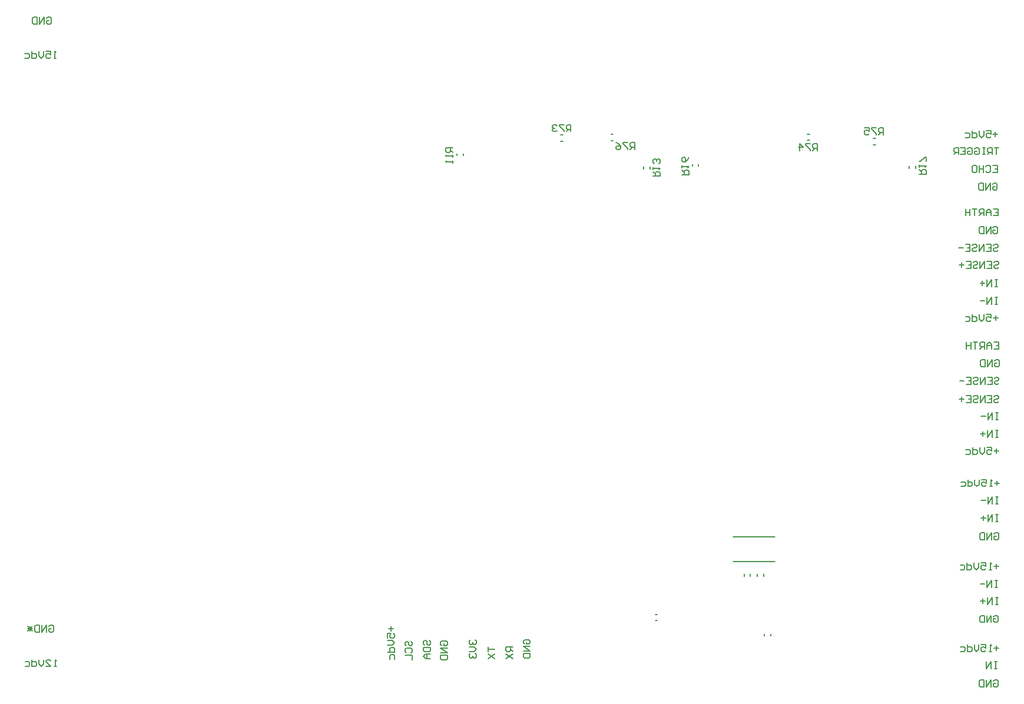
<source format=gbo>
G04*
G04 #@! TF.GenerationSoftware,Altium Limited,Altium Designer,19.1.5 (86)*
G04*
G04 Layer_Color=32896*
%FSLAX25Y25*%
%MOIN*%
G70*
G01*
G75*
%ADD11C,0.00500*%
%ADD15C,0.00602*%
D11*
X509055Y404331D02*
Y405512D01*
X505512Y404331D02*
Y405512D01*
X631890Y403150D02*
Y404331D01*
X628346Y403150D02*
Y404331D01*
X607972Y416437D02*
X609154D01*
X607972Y419980D02*
X609154D01*
X570571Y422539D02*
X571752D01*
X570571Y418996D02*
X571752D01*
X459449Y418799D02*
X460630D01*
X459449Y422342D02*
X460630D01*
X481398Y402756D02*
Y403937D01*
X477854Y402756D02*
Y403937D01*
X375787Y410335D02*
Y411516D01*
X372244Y410335D02*
Y411516D01*
X430905Y421949D02*
X432087D01*
X430905Y418405D02*
X432087D01*
X534842Y172146D02*
Y173327D01*
X538386Y172146D02*
Y173327D01*
X542323Y172146D02*
Y173327D01*
X545866Y172146D02*
Y173327D01*
X528543Y180512D02*
X552165D01*
X528543Y194291D02*
X552165D01*
X484449Y146949D02*
X485630D01*
X484449Y150492D02*
X485630D01*
X549803Y138287D02*
Y139469D01*
X546260Y138287D02*
Y139469D01*
D15*
X334843Y143602D02*
Y140979D01*
X333531Y142290D02*
X336155D01*
X332875Y137043D02*
Y139667D01*
X334843D01*
X334187Y138355D01*
Y137699D01*
X334843Y137043D01*
X336155D01*
X336811Y137699D01*
Y139011D01*
X336155Y139667D01*
X332875Y135731D02*
X335499D01*
X336811Y134419D01*
X335499Y133107D01*
X332875D01*
Y129171D02*
X336811D01*
Y131139D01*
X336155Y131795D01*
X334843D01*
X334187Y131139D01*
Y129171D01*
Y125236D02*
Y127203D01*
X334843Y127859D01*
X336155D01*
X336811Y127203D01*
Y125236D01*
X343669Y132612D02*
X343013Y133268D01*
Y134580D01*
X343669Y135236D01*
X344325D01*
X344981Y134580D01*
Y133268D01*
X345637Y132612D01*
X346293D01*
X346949Y133268D01*
Y134580D01*
X346293Y135236D01*
X343669Y128677D02*
X343013Y129333D01*
Y130645D01*
X343669Y131300D01*
X346293D01*
X346949Y130645D01*
Y129333D01*
X346293Y128677D01*
X343013Y127365D02*
X346949D01*
Y124741D01*
X353807Y133203D02*
X353151Y133859D01*
Y135171D01*
X353807Y135827D01*
X354463D01*
X355119Y135171D01*
Y133859D01*
X355775Y133203D01*
X356431D01*
X357087Y133859D01*
Y135171D01*
X356431Y135827D01*
X353151Y131891D02*
X357087D01*
Y129923D01*
X356431Y129267D01*
X353807D01*
X353151Y129923D01*
Y131891D01*
X357087Y127955D02*
X354463D01*
X353151Y126643D01*
X354463Y125331D01*
X357087D01*
X355119D01*
Y127955D01*
X363649Y132711D02*
X362993Y133367D01*
Y134679D01*
X363649Y135335D01*
X366273D01*
X366929Y134679D01*
Y133367D01*
X366273Y132711D01*
X364961D01*
Y134023D01*
X366929Y131399D02*
X362993D01*
X366929Y128775D01*
X362993D01*
Y127463D02*
X366929D01*
Y125495D01*
X366273Y124839D01*
X363649D01*
X362993Y125495D01*
Y127463D01*
X410401Y133597D02*
X409745Y134253D01*
Y135564D01*
X410401Y136221D01*
X413025D01*
X413681Y135564D01*
Y134253D01*
X413025Y133597D01*
X411713D01*
Y134909D01*
X413681Y132285D02*
X409745D01*
X413681Y129661D01*
X409745D01*
Y128349D02*
X413681D01*
Y126381D01*
X413025Y125725D01*
X410401D01*
X409745Y126381D01*
Y128349D01*
X403839Y131988D02*
X399903D01*
Y130020D01*
X400559Y129364D01*
X401871D01*
X402527Y130020D01*
Y131988D01*
Y130676D02*
X403839Y129364D01*
X399903Y128052D02*
X403839Y125429D01*
X399903D02*
X403839Y128052D01*
X379791Y136122D02*
X379135Y135466D01*
Y134154D01*
X379791Y133498D01*
X380447D01*
X381103Y134154D01*
Y134810D01*
Y134154D01*
X381759Y133498D01*
X382415D01*
X383071Y134154D01*
Y135466D01*
X382415Y136122D01*
X379135Y132186D02*
X381759D01*
X383071Y130874D01*
X381759Y129562D01*
X379135D01*
X379791Y128251D02*
X379135Y127595D01*
Y126283D01*
X379791Y125627D01*
X380447D01*
X381103Y126283D01*
Y126939D01*
Y126283D01*
X381759Y125627D01*
X382415D01*
X383071Y126283D01*
Y127595D01*
X382415Y128251D01*
X389765Y131988D02*
Y129364D01*
Y130676D01*
X393701D01*
X389765Y128052D02*
X393701Y125429D01*
X389765D02*
X393701Y128052D01*
X145472Y120965D02*
X144160D01*
X144817D01*
Y124900D01*
X145472Y124244D01*
X139569Y120965D02*
X142193D01*
X139569Y123588D01*
Y124244D01*
X140225Y124900D01*
X141537D01*
X142193Y124244D01*
X138257Y124900D02*
Y122276D01*
X136945Y120965D01*
X135633Y122276D01*
Y124900D01*
X131697D02*
Y120965D01*
X133665D01*
X134321Y121621D01*
Y122932D01*
X133665Y123588D01*
X131697D01*
X127762D02*
X129729D01*
X130385Y122932D01*
Y121621D01*
X129729Y120965D01*
X127762D01*
X141175Y143733D02*
X141831Y144388D01*
X143143D01*
X143799Y143733D01*
Y141109D01*
X143143Y140453D01*
X141831D01*
X141175Y141109D01*
Y142421D01*
X142487D01*
X139864Y140453D02*
Y144388D01*
X137240Y140453D01*
Y144388D01*
X135928D02*
Y140453D01*
X133960D01*
X133304Y141109D01*
Y143733D01*
X133960Y144388D01*
X135928D01*
X131992Y143733D02*
X129368Y141109D01*
X131992D02*
X129368Y143733D01*
X131992Y142421D02*
X129368D01*
X130680Y141109D02*
Y143733D01*
X145374Y465354D02*
X144062D01*
X144718D01*
Y469290D01*
X145374Y468634D01*
X139470Y469290D02*
X142094D01*
Y467322D01*
X140782Y467978D01*
X140126D01*
X139470Y467322D01*
Y466010D01*
X140126Y465354D01*
X141438D01*
X142094Y466010D01*
X138159Y469290D02*
Y466666D01*
X136847Y465354D01*
X135535Y466666D01*
Y469290D01*
X131599D02*
Y465354D01*
X133567D01*
X134223Y466010D01*
Y467322D01*
X133567Y467978D01*
X131599D01*
X127663D02*
X129631D01*
X130287Y467322D01*
Y466010D01*
X129631Y465354D01*
X127663D01*
X139896Y488122D02*
X140552Y488778D01*
X141864D01*
X142520Y488122D01*
Y485499D01*
X141864Y484842D01*
X140552D01*
X139896Y485499D01*
Y486810D01*
X141208D01*
X138584Y484842D02*
Y488778D01*
X135960Y484842D01*
Y488778D01*
X134648D02*
Y484842D01*
X132680D01*
X132024Y485499D01*
Y488122D01*
X132680Y488778D01*
X134648D01*
X675821Y112827D02*
X676477Y113483D01*
X677789D01*
X678445Y112827D01*
Y110203D01*
X677789Y109547D01*
X676477D01*
X675821Y110203D01*
Y111515D01*
X677133D01*
X674509Y109547D02*
Y113483D01*
X671885Y109547D01*
Y113483D01*
X670573D02*
Y109547D01*
X668606D01*
X667950Y110203D01*
Y112827D01*
X668606Y113483D01*
X670573D01*
X677953Y123719D02*
X676641D01*
X677297D01*
Y119783D01*
X677953D01*
X676641D01*
X674673D02*
Y123719D01*
X672049Y119783D01*
Y123719D01*
X678839Y131397D02*
X676215D01*
X677527Y132709D02*
Y130085D01*
X674903Y129429D02*
X673591D01*
X674247D01*
Y133365D01*
X674903Y132709D01*
X668999Y133365D02*
X671623D01*
Y131397D01*
X670311Y132053D01*
X669655D01*
X668999Y131397D01*
Y130085D01*
X669655Y129429D01*
X670967D01*
X671623Y130085D01*
X667687Y133365D02*
Y130741D01*
X666375Y129429D01*
X665063Y130741D01*
Y133365D01*
X661128D02*
Y129429D01*
X663096D01*
X663752Y130085D01*
Y131397D01*
X663096Y132053D01*
X661128D01*
X657192D02*
X659160D01*
X659816Y131397D01*
Y130085D01*
X659160Y129429D01*
X657192D01*
X676018Y149244D02*
X676674Y149900D01*
X677986D01*
X678642Y149244D01*
Y146621D01*
X677986Y145965D01*
X676674D01*
X676018Y146621D01*
Y147932D01*
X677330D01*
X674706Y145965D02*
Y149900D01*
X672082Y145965D01*
Y149900D01*
X670770D02*
Y145965D01*
X668802D01*
X668146Y146621D01*
Y149244D01*
X668802Y149900D01*
X670770D01*
X678445Y159940D02*
X677133D01*
X677789D01*
Y156004D01*
X678445D01*
X677133D01*
X675165D02*
Y159940D01*
X672541Y156004D01*
Y159940D01*
X671229Y157972D02*
X668606D01*
X669917Y159284D02*
Y156660D01*
X678248Y169782D02*
X676936D01*
X677592D01*
Y165847D01*
X678248D01*
X676936D01*
X674968D02*
Y169782D01*
X672344Y165847D01*
Y169782D01*
X671032Y167814D02*
X668409D01*
X678740Y177755D02*
X676116D01*
X677428Y179067D02*
Y176443D01*
X674804Y175787D02*
X673492D01*
X674149D01*
Y179723D01*
X674804Y179067D01*
X668901Y179723D02*
X671525D01*
Y177755D01*
X670213Y178411D01*
X669557D01*
X668901Y177755D01*
Y176443D01*
X669557Y175787D01*
X670869D01*
X671525Y176443D01*
X667589Y179723D02*
Y177099D01*
X666277Y175787D01*
X664965Y177099D01*
Y179723D01*
X661029D02*
Y175787D01*
X662997D01*
X663653Y176443D01*
Y177755D01*
X662997Y178411D01*
X661029D01*
X657094D02*
X659061D01*
X659717Y177755D01*
Y176443D01*
X659061Y175787D01*
X657094D01*
X676116Y196095D02*
X676772Y196751D01*
X678084D01*
X678740Y196095D01*
Y193471D01*
X678084Y192815D01*
X676772D01*
X676116Y193471D01*
Y194783D01*
X677428D01*
X674804Y192815D02*
Y196751D01*
X672181Y192815D01*
Y196751D01*
X670869D02*
Y192815D01*
X668901D01*
X668245Y193471D01*
Y196095D01*
X668901Y196751D01*
X670869D01*
X678642Y206987D02*
X677330D01*
X677986D01*
Y203051D01*
X678642D01*
X677330D01*
X675362D02*
Y206987D01*
X672738Y203051D01*
Y206987D01*
X671426Y205019D02*
X668802D01*
X670114Y206331D02*
Y203707D01*
X678642Y217026D02*
X677330D01*
X677986D01*
Y213090D01*
X678642D01*
X677330D01*
X675362D02*
Y217026D01*
X672738Y213090D01*
Y217026D01*
X671426Y215058D02*
X668802D01*
X679134Y224901D02*
X676510D01*
X677822Y226213D02*
Y223589D01*
X675198Y222933D02*
X673886D01*
X674542D01*
Y226869D01*
X675198Y226213D01*
X669295Y226869D02*
X671918D01*
Y224901D01*
X670606Y225557D01*
X669950D01*
X669295Y224901D01*
Y223589D01*
X669950Y222933D01*
X671262D01*
X671918Y223589D01*
X667983Y226869D02*
Y224245D01*
X666671Y222933D01*
X665359Y224245D01*
Y226869D01*
X661423D02*
Y222933D01*
X663391D01*
X664047Y223589D01*
Y224901D01*
X663391Y225557D01*
X661423D01*
X657487D02*
X659455D01*
X660111Y224901D01*
Y223589D01*
X659455Y222933D01*
X657487D01*
X678346Y422539D02*
X675723D01*
X677035Y423851D02*
Y421227D01*
X671787Y424507D02*
X674411D01*
Y422539D01*
X673099Y423195D01*
X672443D01*
X671787Y422539D01*
Y421227D01*
X672443Y420571D01*
X673755D01*
X674411Y421227D01*
X670475Y424507D02*
Y421883D01*
X669163Y420571D01*
X667851Y421883D01*
Y424507D01*
X663915D02*
Y420571D01*
X665883D01*
X666539Y421227D01*
Y422539D01*
X665883Y423195D01*
X663915D01*
X659980D02*
X661947D01*
X662604Y422539D01*
Y421227D01*
X661947Y420571D01*
X659980D01*
X679035Y414861D02*
X676412D01*
X677724D01*
Y410925D01*
X675100D02*
Y414861D01*
X673132D01*
X672476Y414205D01*
Y412893D01*
X673132Y412237D01*
X675100D01*
X673788D02*
X672476Y410925D01*
X671164Y414861D02*
X669852D01*
X670508D01*
Y410925D01*
X671164D01*
X669852D01*
X665260Y414205D02*
X665916Y414861D01*
X667228D01*
X667884Y414205D01*
Y411581D01*
X667228Y410925D01*
X665916D01*
X665260Y411581D01*
Y412893D01*
X666572D01*
X661325Y414205D02*
X661981Y414861D01*
X663293D01*
X663948Y414205D01*
Y411581D01*
X663293Y410925D01*
X661981D01*
X661325Y411581D01*
Y412893D01*
X662637D01*
X657389Y414861D02*
X660013D01*
Y410925D01*
X657389D01*
X660013Y412893D02*
X658701D01*
X656077Y410925D02*
Y414861D01*
X654109D01*
X653453Y414205D01*
Y412893D01*
X654109Y412237D01*
X656077D01*
X654765D02*
X653453Y410925D01*
X675624Y404822D02*
X678248D01*
Y400886D01*
X675624D01*
X678248Y402854D02*
X676936D01*
X671689Y404166D02*
X672344Y404822D01*
X673656D01*
X674312Y404166D01*
Y401542D01*
X673656Y400886D01*
X672344D01*
X671689Y401542D01*
X670377Y404822D02*
Y400886D01*
Y402854D01*
X667753D01*
Y404822D01*
Y400886D01*
X664473Y404822D02*
X665785D01*
X666441Y404166D01*
Y401542D01*
X665785Y400886D01*
X664473D01*
X663817Y401542D01*
Y404166D01*
X664473Y404822D01*
X675427Y394126D02*
X676083Y394782D01*
X677395D01*
X678051Y394126D01*
Y391502D01*
X677395Y390846D01*
X676083D01*
X675427Y391502D01*
Y392814D01*
X676739D01*
X674115Y390846D02*
Y394782D01*
X671492Y390846D01*
Y394782D01*
X670180D02*
Y390846D01*
X668212D01*
X667556Y391502D01*
Y394126D01*
X668212Y394782D01*
X670180D01*
X678445Y318503D02*
X675821D01*
X677133Y319815D02*
Y317191D01*
X671885Y320471D02*
X674509D01*
Y318503D01*
X673197Y319159D01*
X672541D01*
X671885Y318503D01*
Y317191D01*
X672541Y316535D01*
X673853D01*
X674509Y317191D01*
X670573Y320471D02*
Y317847D01*
X669262Y316535D01*
X667950Y317847D01*
Y320471D01*
X664014D02*
Y316535D01*
X665982D01*
X666638Y317191D01*
Y318503D01*
X665982Y319159D01*
X664014D01*
X660078D02*
X662046D01*
X662702Y318503D01*
Y317191D01*
X662046Y316535D01*
X660078D01*
X678248Y330018D02*
X676936D01*
X677592D01*
Y326083D01*
X678248D01*
X676936D01*
X674968D02*
Y330018D01*
X672344Y326083D01*
Y330018D01*
X671032Y328051D02*
X668409D01*
X678248Y340058D02*
X676936D01*
X677592D01*
Y336122D01*
X678248D01*
X676936D01*
X674968D02*
Y340058D01*
X672344Y336122D01*
Y340058D01*
X671032Y338090D02*
X668409D01*
X669721Y339402D02*
Y336778D01*
X676215Y349736D02*
X676871Y350392D01*
X678183D01*
X678839Y349736D01*
Y349080D01*
X678183Y348425D01*
X676871D01*
X676215Y347769D01*
Y347113D01*
X676871Y346457D01*
X678183D01*
X678839Y347113D01*
X672279Y350392D02*
X674903D01*
Y346457D01*
X672279D01*
X674903Y348425D02*
X673591D01*
X670967Y346457D02*
Y350392D01*
X668343Y346457D01*
Y350392D01*
X664407Y349736D02*
X665063Y350392D01*
X666375D01*
X667031Y349736D01*
Y349080D01*
X666375Y348425D01*
X665063D01*
X664407Y347769D01*
Y347113D01*
X665063Y346457D01*
X666375D01*
X667031Y347113D01*
X660472Y350392D02*
X663096D01*
Y346457D01*
X660472D01*
X663096Y348425D02*
X661784D01*
X659160D02*
X656536D01*
X657848Y349736D02*
Y347113D01*
X675821Y359382D02*
X676477Y360038D01*
X677789D01*
X678445Y359382D01*
Y358726D01*
X677789Y358070D01*
X676477D01*
X675821Y357414D01*
Y356758D01*
X676477Y356102D01*
X677789D01*
X678445Y356758D01*
X671885Y360038D02*
X674509D01*
Y356102D01*
X671885D01*
X674509Y358070D02*
X673197D01*
X670573Y356102D02*
Y360038D01*
X667950Y356102D01*
Y360038D01*
X664014Y359382D02*
X664670Y360038D01*
X665982D01*
X666638Y359382D01*
Y358726D01*
X665982Y358070D01*
X664670D01*
X664014Y357414D01*
Y356758D01*
X664670Y356102D01*
X665982D01*
X666638Y356758D01*
X660078Y360038D02*
X662702D01*
Y356102D01*
X660078D01*
X662702Y358070D02*
X661390D01*
X658766D02*
X656142D01*
X675723Y369422D02*
X676379Y370077D01*
X677691D01*
X678346Y369422D01*
Y366798D01*
X677691Y366142D01*
X676379D01*
X675723Y366798D01*
Y368110D01*
X677035D01*
X674411Y366142D02*
Y370077D01*
X671787Y366142D01*
Y370077D01*
X670475D02*
Y366142D01*
X668507D01*
X667851Y366798D01*
Y369422D01*
X668507Y370077D01*
X670475D01*
X675821Y380215D02*
X678445D01*
Y376279D01*
X675821D01*
X678445Y378247D02*
X677133D01*
X674509Y376279D02*
Y378903D01*
X673197Y380215D01*
X671885Y378903D01*
Y376279D01*
Y378247D01*
X674509D01*
X670573Y376279D02*
Y380215D01*
X668606D01*
X667950Y379559D01*
Y378247D01*
X668606Y377591D01*
X670573D01*
X669262D02*
X667950Y376279D01*
X666638Y380215D02*
X664014D01*
X665326D01*
Y376279D01*
X662702Y380215D02*
Y376279D01*
Y378247D01*
X660078D01*
Y380215D01*
Y376279D01*
X676215Y304822D02*
X678839D01*
Y300886D01*
X676215D01*
X678839Y302854D02*
X677527D01*
X674903Y300886D02*
Y303510D01*
X673591Y304822D01*
X672279Y303510D01*
Y300886D01*
Y302854D01*
X674903D01*
X670967Y300886D02*
Y304822D01*
X668999D01*
X668343Y304166D01*
Y302854D01*
X668999Y302198D01*
X670967D01*
X669655D02*
X668343Y300886D01*
X667031Y304822D02*
X664407D01*
X665719D01*
Y300886D01*
X663096Y304822D02*
Y300886D01*
Y302854D01*
X660472D01*
Y304822D01*
Y300886D01*
X676510Y294126D02*
X677166Y294782D01*
X678478D01*
X679134Y294126D01*
Y291502D01*
X678478Y290846D01*
X677166D01*
X676510Y291502D01*
Y292814D01*
X677822D01*
X675198Y290846D02*
Y294782D01*
X672574Y290846D01*
Y294782D01*
X671262D02*
Y290846D01*
X669295D01*
X668639Y291502D01*
Y294126D01*
X669295Y294782D01*
X671262D01*
X676412Y284185D02*
X677068Y284841D01*
X678379D01*
X679035Y284185D01*
Y283529D01*
X678379Y282873D01*
X677068D01*
X676412Y282217D01*
Y281561D01*
X677068Y280906D01*
X678379D01*
X679035Y281561D01*
X672476Y284841D02*
X675100D01*
Y280906D01*
X672476D01*
X675100Y282873D02*
X673788D01*
X671164Y280906D02*
Y284841D01*
X668540Y280906D01*
Y284841D01*
X664604Y284185D02*
X665260Y284841D01*
X666572D01*
X667228Y284185D01*
Y283529D01*
X666572Y282873D01*
X665260D01*
X664604Y282217D01*
Y281561D01*
X665260Y280906D01*
X666572D01*
X667228Y281561D01*
X660669Y284841D02*
X663293D01*
Y280906D01*
X660669D01*
X663293Y282873D02*
X661981D01*
X659357D02*
X656733D01*
X676313Y273851D02*
X676969Y274507D01*
X678281D01*
X678937Y273851D01*
Y273195D01*
X678281Y272539D01*
X676969D01*
X676313Y271883D01*
Y271227D01*
X676969Y270571D01*
X678281D01*
X678937Y271227D01*
X672377Y274507D02*
X675001D01*
Y270571D01*
X672377D01*
X675001Y272539D02*
X673689D01*
X671066Y270571D02*
Y274507D01*
X668442Y270571D01*
Y274507D01*
X664506Y273851D02*
X665162Y274507D01*
X666474D01*
X667130Y273851D01*
Y273195D01*
X666474Y272539D01*
X665162D01*
X664506Y271883D01*
Y271227D01*
X665162Y270571D01*
X666474D01*
X667130Y271227D01*
X660570Y274507D02*
X663194D01*
Y270571D01*
X660570D01*
X663194Y272539D02*
X661882D01*
X659258D02*
X656635D01*
X657946Y273851D02*
Y271227D01*
X678642Y264664D02*
X677330D01*
X677986D01*
Y260728D01*
X678642D01*
X677330D01*
X675362D02*
Y264664D01*
X672738Y260728D01*
Y264664D01*
X671426Y262696D02*
X668802D01*
X678445Y254723D02*
X677133D01*
X677789D01*
Y250787D01*
X678445D01*
X677133D01*
X675165D02*
Y254723D01*
X672541Y250787D01*
Y254723D01*
X671229Y252755D02*
X668606D01*
X669917Y254067D02*
Y251443D01*
X678740Y243011D02*
X676116D01*
X677428Y244323D02*
Y241699D01*
X672181Y244979D02*
X674804D01*
Y243011D01*
X673492Y243667D01*
X672836D01*
X672181Y243011D01*
Y241699D01*
X672836Y241043D01*
X674149D01*
X674804Y241699D01*
X670869Y244979D02*
Y242355D01*
X669557Y241043D01*
X668245Y242355D01*
Y244979D01*
X664309D02*
Y241043D01*
X666277D01*
X666933Y241699D01*
Y243011D01*
X666277Y243667D01*
X664309D01*
X660373D02*
X662341D01*
X662997Y243011D01*
Y241699D01*
X662341Y241043D01*
X660373D01*
X472736Y413779D02*
Y417715D01*
X470768D01*
X470112Y417059D01*
Y415747D01*
X470768Y415091D01*
X472736D01*
X471424D02*
X470112Y413779D01*
X468800Y417715D02*
X466177D01*
Y417059D01*
X468800Y414435D01*
Y413779D01*
X462241Y417715D02*
X463553Y417059D01*
X464865Y415747D01*
Y414435D01*
X464209Y413779D01*
X462897D01*
X462241Y414435D01*
Y415091D01*
X462897Y415747D01*
X464865D01*
X613484Y422244D02*
Y426180D01*
X611516D01*
X610860Y425524D01*
Y424212D01*
X611516Y423556D01*
X613484D01*
X612172D02*
X610860Y422244D01*
X609549Y426180D02*
X606925D01*
Y425524D01*
X609549Y422900D01*
Y422244D01*
X602989Y426180D02*
X605613D01*
Y424212D01*
X604301Y424868D01*
X603645D01*
X602989Y424212D01*
Y422900D01*
X603645Y422244D01*
X604957D01*
X605613Y422900D01*
X576083Y413189D02*
Y417125D01*
X574115D01*
X573459Y416469D01*
Y415157D01*
X574115Y414501D01*
X576083D01*
X574771D02*
X573459Y413189D01*
X572147Y417125D02*
X569523D01*
Y416469D01*
X572147Y413845D01*
Y413189D01*
X566243D02*
Y417125D01*
X568211Y415157D01*
X565587D01*
X436713Y423917D02*
Y427853D01*
X434745D01*
X434089Y427197D01*
Y425885D01*
X434745Y425229D01*
X436713D01*
X435401D02*
X434089Y423917D01*
X432777Y427853D02*
X430153D01*
Y427197D01*
X432777Y424573D01*
Y423917D01*
X428841Y427197D02*
X428185Y427853D01*
X426873D01*
X426217Y427197D01*
Y426541D01*
X426873Y425885D01*
X427529D01*
X426873D01*
X426217Y425229D01*
Y424573D01*
X426873Y423917D01*
X428185D01*
X428841Y424573D01*
X633957Y399705D02*
X637892D01*
Y401673D01*
X637236Y402328D01*
X635925D01*
X635269Y401673D01*
Y399705D01*
Y401017D02*
X633957Y402328D01*
Y403641D02*
Y404952D01*
Y404296D01*
X637892D01*
X637236Y403641D01*
X637892Y406920D02*
Y409544D01*
X637236D01*
X634613Y406920D01*
X633957D01*
X499606Y399508D02*
X503542D01*
Y401476D01*
X502886Y402132D01*
X501574D01*
X500918Y401476D01*
Y399508D01*
Y400820D02*
X499606Y402132D01*
Y403444D02*
Y404755D01*
Y404100D01*
X503542D01*
X502886Y403444D01*
X503542Y409347D02*
X502886Y408035D01*
X501574Y406723D01*
X500262D01*
X499606Y407379D01*
Y408691D01*
X500262Y409347D01*
X500918D01*
X501574Y408691D01*
Y406723D01*
X483366Y398622D02*
X487302D01*
Y400590D01*
X486646Y401246D01*
X485334D01*
X484678Y400590D01*
Y398622D01*
Y399934D02*
X483366Y401246D01*
Y402558D02*
Y403870D01*
Y403214D01*
X487302D01*
X486646Y402558D01*
Y405838D02*
X487302Y406494D01*
Y407805D01*
X486646Y408461D01*
X485990D01*
X485334Y407805D01*
Y407150D01*
Y407805D01*
X484678Y408461D01*
X484022D01*
X483366Y407805D01*
Y406494D01*
X484022Y405838D01*
X369980Y414764D02*
X366045D01*
Y412796D01*
X366701Y412140D01*
X368012D01*
X368668Y412796D01*
Y414764D01*
Y413452D02*
X369980Y412140D01*
Y410828D02*
Y409516D01*
Y410172D01*
X366045D01*
X366701Y410828D01*
X369980Y407548D02*
Y406236D01*
Y406892D01*
X366045D01*
X366701Y407548D01*
M02*

</source>
